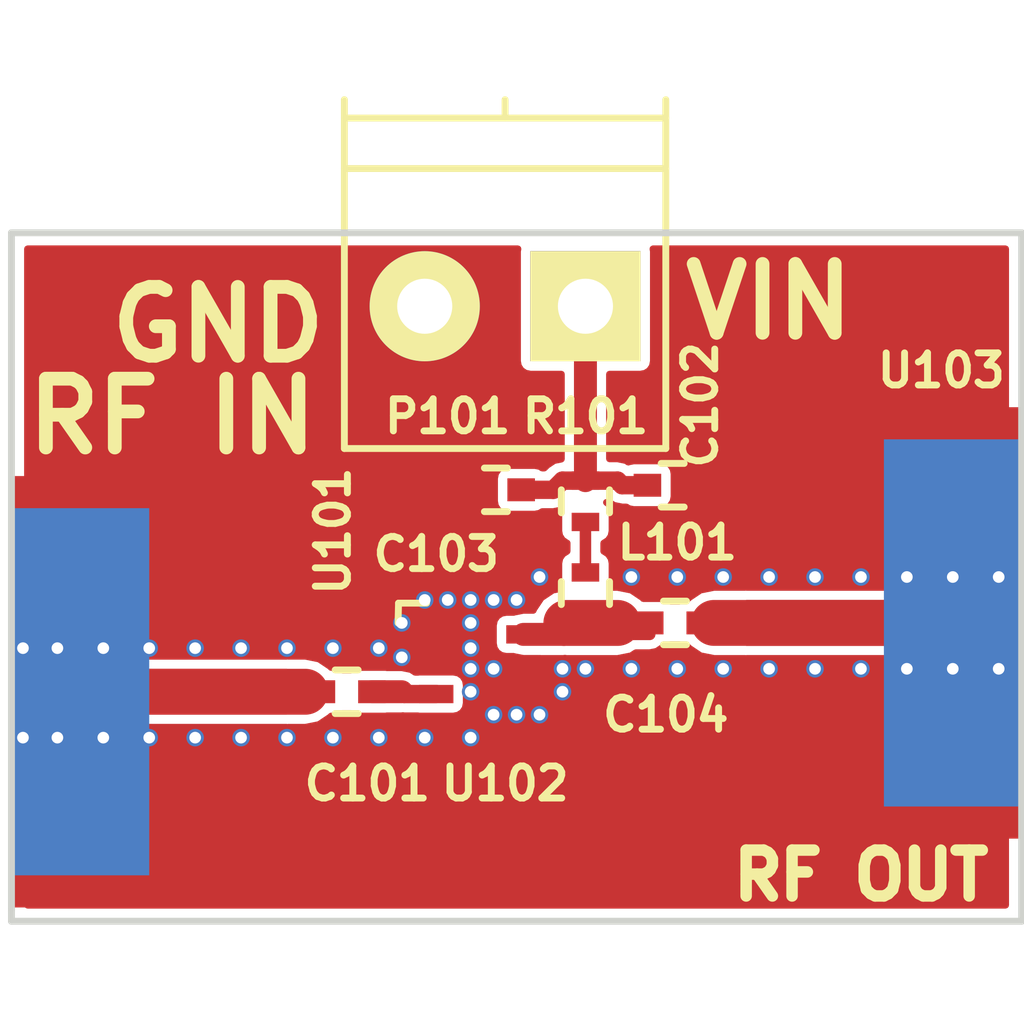
<source format=kicad_pcb>
(kicad_pcb (version 4) (host pcbnew 4.0.3-stable)

  (general
    (links 78)
    (no_connects 0)
    (area 129.946668 88.915 161.803333 111.255)
    (thickness 1.6)
    (drawings 9)
    (tracks 24)
    (zones 0)
    (modules 67)
    (nets 8)
  )

  (page A4)
  (layers
    (0 F.Cu signal)
    (1 In1.Cu signal)
    (2 In2.Cu signal)
    (31 B.Cu signal)
    (32 B.Adhes user)
    (33 F.Adhes user)
    (34 B.Paste user)
    (35 F.Paste user)
    (36 B.SilkS user)
    (37 F.SilkS user)
    (38 B.Mask user)
    (39 F.Mask user)
    (40 Dwgs.User user)
    (41 Cmts.User user)
    (42 Eco1.User user)
    (43 Eco2.User user)
    (44 Edge.Cuts user)
    (45 Margin user)
    (46 B.CrtYd user)
    (47 F.CrtYd user)
    (48 B.Fab user)
    (49 F.Fab user)
  )

  (setup
    (last_trace_width 0.4)
    (user_trace_width 0.4)
    (user_trace_width 0.5)
    (user_trace_width 1)
    (trace_clearance 0.12)
    (zone_clearance 0.2)
    (zone_45_only no)
    (trace_min 0.127)
    (segment_width 0.2)
    (edge_width 0.15)
    (via_size 0.6)
    (via_drill 0.4)
    (via_min_size 0.4)
    (via_min_drill 0.3)
    (uvia_size 0.3)
    (uvia_drill 0.1)
    (uvias_allowed no)
    (uvia_min_size 0.2)
    (uvia_min_drill 0.1)
    (pcb_text_width 0.3)
    (pcb_text_size 1.5 1.5)
    (mod_edge_width 0.15)
    (mod_text_size 0.7 0.7)
    (mod_text_width 0.15)
    (pad_size 0.381 0.381)
    (pad_drill 0.254)
    (pad_to_mask_clearance 0.2)
    (aux_axis_origin 0 0)
    (visible_elements FFFEFF7F)
    (pcbplotparams
      (layerselection 0x010f0_80000007)
      (usegerberextensions true)
      (excludeedgelayer true)
      (linewidth 0.100000)
      (plotframeref false)
      (viasonmask false)
      (mode 1)
      (useauxorigin false)
      (hpglpennumber 1)
      (hpglpenspeed 20)
      (hpglpendiameter 15)
      (hpglpenoverlay 2)
      (psnegative false)
      (psa4output false)
      (plotreference true)
      (plotvalue true)
      (plotinvisibletext false)
      (padsonsilk false)
      (subtractmaskfromsilk false)
      (outputformat 1)
      (mirror false)
      (drillshape 0)
      (scaleselection 1)
      (outputdirectory gerbs/))
  )

  (net 0 "")
  (net 1 "Net-(C101-Pad1)")
  (net 2 "Net-(C101-Pad2)")
  (net 3 "Net-(C102-Pad1)")
  (net 4 GND)
  (net 5 "Net-(C104-Pad1)")
  (net 6 "Net-(C104-Pad2)")
  (net 7 "Net-(L101-Pad1)")

  (net_class Default "This is the default net class."
    (clearance 0.12)
    (trace_width 0.25)
    (via_dia 0.6)
    (via_drill 0.4)
    (uvia_dia 0.3)
    (uvia_drill 0.1)
    (add_net GND)
    (add_net "Net-(C101-Pad1)")
    (add_net "Net-(C101-Pad2)")
    (add_net "Net-(C102-Pad1)")
    (add_net "Net-(C104-Pad1)")
    (add_net "Net-(C104-Pad2)")
    (add_net "Net-(L101-Pad1)")
  )

  (module vna_footprints:VIA_OSH4LAYER_MIN (layer F.Cu) (tedit 57D5211C) (tstamp 57D52E09)
    (at 143.5 103.25)
    (fp_text reference REF** (at 0 -2.5) (layer F.SilkS) hide
      (effects (font (size 0.7 0.7) (thickness 0.15)))
    )
    (fp_text value VIA_OSH4LAYER_MIN (at 0 -1.2) (layer F.Fab) hide
      (effects (font (size 0.7 0.7) (thickness 0.15)))
    )
    (pad 1 thru_hole circle (at 0 0) (size 0.381 0.381) (drill 0.254) (layers *.Cu)
      (net 4 GND))
  )

  (module vna_footprints:VIA_OSH4LAYER_MIN (layer F.Cu) (tedit 57D5211C) (tstamp 57D52A00)
    (at 145 102.5)
    (fp_text reference REF** (at 0 -2.5) (layer F.SilkS) hide
      (effects (font (size 0.7 0.7) (thickness 0.15)))
    )
    (fp_text value VIA_OSH4LAYER_MIN (at 0 -1.2) (layer F.Fab) hide
      (effects (font (size 0.7 0.7) (thickness 0.15)))
    )
    (pad 1 thru_hole circle (at 0 0) (size 0.381 0.381) (drill 0.254) (layers *.Cu)
      (net 4 GND))
  )

  (module vna_footprints:VIA_OSH4LAYER_MIN (layer F.Cu) (tedit 57D5211C) (tstamp 57D529D6)
    (at 146.5 101.5)
    (fp_text reference REF** (at 0 -2.5) (layer F.SilkS) hide
      (effects (font (size 0.7 0.7) (thickness 0.15)))
    )
    (fp_text value VIA_OSH4LAYER_MIN (at 0 -1.2) (layer F.Fab) hide
      (effects (font (size 0.7 0.7) (thickness 0.15)))
    )
    (pad 1 thru_hole circle (at 0 0) (size 0.381 0.381) (drill 0.254) (layers *.Cu)
      (net 4 GND))
  )

  (module vna_footprints:VIA_OSH4LAYER_MIN (layer F.Cu) (tedit 57D5211C) (tstamp 57D529D2)
    (at 145.5 102)
    (fp_text reference REF** (at 0 -2.5) (layer F.SilkS) hide
      (effects (font (size 0.7 0.7) (thickness 0.15)))
    )
    (fp_text value VIA_OSH4LAYER_MIN (at 0 -1.2) (layer F.Fab) hide
      (effects (font (size 0.7 0.7) (thickness 0.15)))
    )
    (pad 1 thru_hole circle (at 0 0) (size 0.381 0.381) (drill 0.254) (layers *.Cu)
      (net 4 GND))
  )

  (module vna_footprints:VIA_OSH4LAYER_MIN (layer F.Cu) (tedit 57D5211C) (tstamp 57D529C0)
    (at 145 104)
    (fp_text reference REF** (at 0 -2.5) (layer F.SilkS) hide
      (effects (font (size 0.7 0.7) (thickness 0.15)))
    )
    (fp_text value VIA_OSH4LAYER_MIN (at 0 -1.2) (layer F.Fab) hide
      (effects (font (size 0.7 0.7) (thickness 0.15)))
    )
    (pad 1 thru_hole circle (at 0 0) (size 0.381 0.381) (drill 0.254) (layers *.Cu)
      (net 4 GND))
  )

  (module vna_footprints:VIA_OSH4LAYER_MIN (layer F.Cu) (tedit 57D5211C) (tstamp 57D529BC)
    (at 145 103.5)
    (fp_text reference REF** (at 0 -2.5) (layer F.SilkS) hide
      (effects (font (size 0.7 0.7) (thickness 0.15)))
    )
    (fp_text value VIA_OSH4LAYER_MIN (at 0 -1.2) (layer F.Fab) hide
      (effects (font (size 0.7 0.7) (thickness 0.15)))
    )
    (pad 1 thru_hole circle (at 0 0) (size 0.381 0.381) (drill 0.254) (layers *.Cu)
      (net 4 GND))
  )

  (module vna_footprints:VIA_OSH4LAYER_MIN (layer F.Cu) (tedit 57D5211C) (tstamp 57D529A4)
    (at 143.5 102.5)
    (fp_text reference REF** (at 0 -2.5) (layer F.SilkS) hide
      (effects (font (size 0.7 0.7) (thickness 0.15)))
    )
    (fp_text value VIA_OSH4LAYER_MIN (at 0 -1.2) (layer F.Fab) hide
      (effects (font (size 0.7 0.7) (thickness 0.15)))
    )
    (pad 1 thru_hole circle (at 0 0) (size 0.381 0.381) (drill 0.254) (layers *.Cu)
      (net 4 GND))
  )

  (module vna_footprints:VIA_OSH4LAYER_MIN (layer F.Cu) (tedit 57D5211C) (tstamp 57D529A0)
    (at 144 102)
    (fp_text reference REF** (at 0 -2.5) (layer F.SilkS) hide
      (effects (font (size 0.7 0.7) (thickness 0.15)))
    )
    (fp_text value VIA_OSH4LAYER_MIN (at 0 -1.2) (layer F.Fab) hide
      (effects (font (size 0.7 0.7) (thickness 0.15)))
    )
    (pad 1 thru_hole circle (at 0 0) (size 0.381 0.381) (drill 0.254) (layers *.Cu)
      (net 4 GND))
  )

  (module vna_footprints:VIA_OSH4LAYER_MIN (layer F.Cu) (tedit 57D5211C) (tstamp 57D5299C)
    (at 144.5 102)
    (fp_text reference REF** (at 0 -2.5) (layer F.SilkS) hide
      (effects (font (size 0.7 0.7) (thickness 0.15)))
    )
    (fp_text value VIA_OSH4LAYER_MIN (at 0 -1.2) (layer F.Fab) hide
      (effects (font (size 0.7 0.7) (thickness 0.15)))
    )
    (pad 1 thru_hole circle (at 0 0) (size 0.381 0.381) (drill 0.254) (layers *.Cu)
      (net 4 GND))
  )

  (module vna_footprints:VIA_OSH4LAYER_MIN (layer F.Cu) (tedit 57D5211C) (tstamp 57D52998)
    (at 146.5 104.5)
    (fp_text reference REF** (at 0 -2.5) (layer F.SilkS) hide
      (effects (font (size 0.7 0.7) (thickness 0.15)))
    )
    (fp_text value VIA_OSH4LAYER_MIN (at 0 -1.2) (layer F.Fab) hide
      (effects (font (size 0.7 0.7) (thickness 0.15)))
    )
    (pad 1 thru_hole circle (at 0 0) (size 0.381 0.381) (drill 0.254) (layers *.Cu)
      (net 4 GND))
  )

  (module vna_footprints:VIA_OSH4LAYER_MIN (layer F.Cu) (tedit 57D5211C) (tstamp 57D5298C)
    (at 146 104.5)
    (fp_text reference REF** (at 0 -2.5) (layer F.SilkS) hide
      (effects (font (size 0.7 0.7) (thickness 0.15)))
    )
    (fp_text value VIA_OSH4LAYER_MIN (at 0 -1.2) (layer F.Fab) hide
      (effects (font (size 0.7 0.7) (thickness 0.15)))
    )
    (pad 1 thru_hole circle (at 0 0) (size 0.381 0.381) (drill 0.254) (layers *.Cu)
      (net 4 GND))
  )

  (module vna_footprints:VIA_OSH4LAYER_MIN (layer F.Cu) (tedit 57D5211C) (tstamp 57D52988)
    (at 145.5 104.5)
    (fp_text reference REF** (at 0 -2.5) (layer F.SilkS) hide
      (effects (font (size 0.7 0.7) (thickness 0.15)))
    )
    (fp_text value VIA_OSH4LAYER_MIN (at 0 -1.2) (layer F.Fab) hide
      (effects (font (size 0.7 0.7) (thickness 0.15)))
    )
    (pad 1 thru_hole circle (at 0 0) (size 0.381 0.381) (drill 0.254) (layers *.Cu)
      (net 4 GND))
  )

  (module vna_footprints:VIA_OSH4LAYER_MIN (layer F.Cu) (tedit 57D5211C) (tstamp 57D52980)
    (at 145.5 103.5)
    (fp_text reference REF** (at 0 -2.5) (layer F.SilkS) hide
      (effects (font (size 0.7 0.7) (thickness 0.15)))
    )
    (fp_text value VIA_OSH4LAYER_MIN (at 0 -1.2) (layer F.Fab) hide
      (effects (font (size 0.7 0.7) (thickness 0.15)))
    )
    (pad 1 thru_hole circle (at 0 0) (size 0.381 0.381) (drill 0.254) (layers *.Cu)
      (net 4 GND))
  )

  (module vna_footprints:VIA_OSH4LAYER_MIN (layer F.Cu) (tedit 57D5211C) (tstamp 57D5297C)
    (at 147 103.5)
    (fp_text reference REF** (at 0 -2.5) (layer F.SilkS) hide
      (effects (font (size 0.7 0.7) (thickness 0.15)))
    )
    (fp_text value VIA_OSH4LAYER_MIN (at 0 -1.2) (layer F.Fab) hide
      (effects (font (size 0.7 0.7) (thickness 0.15)))
    )
    (pad 1 thru_hole circle (at 0 0) (size 0.381 0.381) (drill 0.254) (layers *.Cu)
      (net 4 GND))
  )

  (module vna_footprints:VIA_OSH4LAYER_MIN (layer F.Cu) (tedit 57D5211C) (tstamp 57D52978)
    (at 147.5 103.5)
    (fp_text reference REF** (at 0 -2.5) (layer F.SilkS) hide
      (effects (font (size 0.7 0.7) (thickness 0.15)))
    )
    (fp_text value VIA_OSH4LAYER_MIN (at 0 -1.2) (layer F.Fab) hide
      (effects (font (size 0.7 0.7) (thickness 0.15)))
    )
    (pad 1 thru_hole circle (at 0 0) (size 0.381 0.381) (drill 0.254) (layers *.Cu)
      (net 4 GND))
  )

  (module vna_footprints:VIA_OSH4LAYER_MIN (layer F.Cu) (tedit 57D5211C) (tstamp 57D52974)
    (at 148.5 103.5)
    (fp_text reference REF** (at 0 -2.5) (layer F.SilkS) hide
      (effects (font (size 0.7 0.7) (thickness 0.15)))
    )
    (fp_text value VIA_OSH4LAYER_MIN (at 0 -1.2) (layer F.Fab) hide
      (effects (font (size 0.7 0.7) (thickness 0.15)))
    )
    (pad 1 thru_hole circle (at 0 0) (size 0.381 0.381) (drill 0.254) (layers *.Cu)
      (net 4 GND))
  )

  (module vna_footprints:VIA_OSH4LAYER_MIN (layer F.Cu) (tedit 57D5211C) (tstamp 57D5296F)
    (at 156.5 103.5)
    (fp_text reference REF** (at 0 -2.5) (layer F.SilkS) hide
      (effects (font (size 0.7 0.7) (thickness 0.15)))
    )
    (fp_text value VIA_OSH4LAYER_MIN (at 0 -1.2) (layer F.Fab) hide
      (effects (font (size 0.7 0.7) (thickness 0.15)))
    )
    (pad 1 thru_hole circle (at 0 0) (size 0.381 0.381) (drill 0.254) (layers *.Cu)
      (net 4 GND))
  )

  (module vna_footprints:VIA_OSH4LAYER_MIN (layer F.Cu) (tedit 57D5211C) (tstamp 57D5296B)
    (at 155.5 103.5)
    (fp_text reference REF** (at 0 -2.5) (layer F.SilkS) hide
      (effects (font (size 0.7 0.7) (thickness 0.15)))
    )
    (fp_text value VIA_OSH4LAYER_MIN (at 0 -1.2) (layer F.Fab) hide
      (effects (font (size 0.7 0.7) (thickness 0.15)))
    )
    (pad 1 thru_hole circle (at 0 0) (size 0.381 0.381) (drill 0.254) (layers *.Cu)
      (net 4 GND))
  )

  (module vna_footprints:VIA_OSH4LAYER_MIN (layer F.Cu) (tedit 57D5211C) (tstamp 57D52967)
    (at 154.5 103.5)
    (fp_text reference REF** (at 0 -2.5) (layer F.SilkS) hide
      (effects (font (size 0.7 0.7) (thickness 0.15)))
    )
    (fp_text value VIA_OSH4LAYER_MIN (at 0 -1.2) (layer F.Fab) hide
      (effects (font (size 0.7 0.7) (thickness 0.15)))
    )
    (pad 1 thru_hole circle (at 0 0) (size 0.381 0.381) (drill 0.254) (layers *.Cu)
      (net 4 GND))
  )

  (module vna_footprints:VIA_OSH4LAYER_MIN (layer F.Cu) (tedit 57D5211C) (tstamp 57D52963)
    (at 153.5 103.5)
    (fp_text reference REF** (at 0 -2.5) (layer F.SilkS) hide
      (effects (font (size 0.7 0.7) (thickness 0.15)))
    )
    (fp_text value VIA_OSH4LAYER_MIN (at 0 -1.2) (layer F.Fab) hide
      (effects (font (size 0.7 0.7) (thickness 0.15)))
    )
    (pad 1 thru_hole circle (at 0 0) (size 0.381 0.381) (drill 0.254) (layers *.Cu)
      (net 4 GND))
  )

  (module vna_footprints:VIA_OSH4LAYER_MIN (layer F.Cu) (tedit 57D5211C) (tstamp 57D5295F)
    (at 152.5 103.5)
    (fp_text reference REF** (at 0 -2.5) (layer F.SilkS) hide
      (effects (font (size 0.7 0.7) (thickness 0.15)))
    )
    (fp_text value VIA_OSH4LAYER_MIN (at 0 -1.2) (layer F.Fab) hide
      (effects (font (size 0.7 0.7) (thickness 0.15)))
    )
    (pad 1 thru_hole circle (at 0 0) (size 0.381 0.381) (drill 0.254) (layers *.Cu)
      (net 4 GND))
  )

  (module vna_footprints:VIA_OSH4LAYER_MIN (layer F.Cu) (tedit 57D5211C) (tstamp 57D5295B)
    (at 151.5 103.5)
    (fp_text reference REF** (at 0 -2.5) (layer F.SilkS) hide
      (effects (font (size 0.7 0.7) (thickness 0.15)))
    )
    (fp_text value VIA_OSH4LAYER_MIN (at 0 -1.2) (layer F.Fab) hide
      (effects (font (size 0.7 0.7) (thickness 0.15)))
    )
    (pad 1 thru_hole circle (at 0 0) (size 0.381 0.381) (drill 0.254) (layers *.Cu)
      (net 4 GND))
  )

  (module vna_footprints:VIA_OSH4LAYER_MIN (layer F.Cu) (tedit 57D5211C) (tstamp 57D52957)
    (at 150.5 103.5)
    (fp_text reference REF** (at 0 -2.5) (layer F.SilkS) hide
      (effects (font (size 0.7 0.7) (thickness 0.15)))
    )
    (fp_text value VIA_OSH4LAYER_MIN (at 0 -1.2) (layer F.Fab) hide
      (effects (font (size 0.7 0.7) (thickness 0.15)))
    )
    (pad 1 thru_hole circle (at 0 0) (size 0.381 0.381) (drill 0.254) (layers *.Cu)
      (net 4 GND))
  )

  (module vna_footprints:VIA_OSH4LAYER_MIN (layer F.Cu) (tedit 57D5211C) (tstamp 57D52953)
    (at 149.5 103.5)
    (fp_text reference REF** (at 0 -2.5) (layer F.SilkS) hide
      (effects (font (size 0.7 0.7) (thickness 0.15)))
    )
    (fp_text value VIA_OSH4LAYER_MIN (at 0 -1.2) (layer F.Fab) hide
      (effects (font (size 0.7 0.7) (thickness 0.15)))
    )
    (pad 1 thru_hole circle (at 0 0) (size 0.381 0.381) (drill 0.254) (layers *.Cu)
      (net 4 GND))
  )

  (module vna_footprints:VIA_OSH4LAYER_MIN (layer F.Cu) (tedit 57D5211C) (tstamp 57D5294E)
    (at 148.5 101.5)
    (fp_text reference REF** (at 0 -2.5) (layer F.SilkS) hide
      (effects (font (size 0.7 0.7) (thickness 0.15)))
    )
    (fp_text value VIA_OSH4LAYER_MIN (at 0 -1.2) (layer F.Fab) hide
      (effects (font (size 0.7 0.7) (thickness 0.15)))
    )
    (pad 1 thru_hole circle (at 0 0) (size 0.381 0.381) (drill 0.254) (layers *.Cu)
      (net 4 GND))
  )

  (module vna_footprints:VIA_OSH4LAYER_MIN (layer F.Cu) (tedit 57D5211C) (tstamp 57D5294A)
    (at 149.5 101.5)
    (fp_text reference REF** (at 0 -2.5) (layer F.SilkS) hide
      (effects (font (size 0.7 0.7) (thickness 0.15)))
    )
    (fp_text value VIA_OSH4LAYER_MIN (at 0 -1.2) (layer F.Fab) hide
      (effects (font (size 0.7 0.7) (thickness 0.15)))
    )
    (pad 1 thru_hole circle (at 0 0) (size 0.381 0.381) (drill 0.254) (layers *.Cu)
      (net 4 GND))
  )

  (module vna_footprints:VIA_OSH4LAYER_MIN (layer F.Cu) (tedit 57D5211C) (tstamp 57D52946)
    (at 150.5 101.5)
    (fp_text reference REF** (at 0 -2.5) (layer F.SilkS) hide
      (effects (font (size 0.7 0.7) (thickness 0.15)))
    )
    (fp_text value VIA_OSH4LAYER_MIN (at 0 -1.2) (layer F.Fab) hide
      (effects (font (size 0.7 0.7) (thickness 0.15)))
    )
    (pad 1 thru_hole circle (at 0 0) (size 0.381 0.381) (drill 0.254) (layers *.Cu)
      (net 4 GND))
  )

  (module vna_footprints:VIA_OSH4LAYER_MIN (layer F.Cu) (tedit 57D5211C) (tstamp 57D52942)
    (at 151.5 101.5)
    (fp_text reference REF** (at 0 -2.5) (layer F.SilkS) hide
      (effects (font (size 0.7 0.7) (thickness 0.15)))
    )
    (fp_text value VIA_OSH4LAYER_MIN (at 0 -1.2) (layer F.Fab) hide
      (effects (font (size 0.7 0.7) (thickness 0.15)))
    )
    (pad 1 thru_hole circle (at 0 0) (size 0.381 0.381) (drill 0.254) (layers *.Cu)
      (net 4 GND))
  )

  (module vna_footprints:VIA_OSH4LAYER_MIN (layer F.Cu) (tedit 57D5211C) (tstamp 57D5293E)
    (at 152.5 101.5)
    (fp_text reference REF** (at 0 -2.5) (layer F.SilkS) hide
      (effects (font (size 0.7 0.7) (thickness 0.15)))
    )
    (fp_text value VIA_OSH4LAYER_MIN (at 0 -1.2) (layer F.Fab) hide
      (effects (font (size 0.7 0.7) (thickness 0.15)))
    )
    (pad 1 thru_hole circle (at 0 0) (size 0.381 0.381) (drill 0.254) (layers *.Cu)
      (net 4 GND))
  )

  (module vna_footprints:VIA_OSH4LAYER_MIN (layer F.Cu) (tedit 57D5211C) (tstamp 57D5293A)
    (at 153.5 101.5)
    (fp_text reference REF** (at 0 -2.5) (layer F.SilkS) hide
      (effects (font (size 0.7 0.7) (thickness 0.15)))
    )
    (fp_text value VIA_OSH4LAYER_MIN (at 0 -1.2) (layer F.Fab) hide
      (effects (font (size 0.7 0.7) (thickness 0.15)))
    )
    (pad 1 thru_hole circle (at 0 0) (size 0.381 0.381) (drill 0.254) (layers *.Cu)
      (net 4 GND))
  )

  (module vna_footprints:VIA_OSH4LAYER_MIN (layer F.Cu) (tedit 57D5211C) (tstamp 57D52936)
    (at 154.5 101.5)
    (fp_text reference REF** (at 0 -2.5) (layer F.SilkS) hide
      (effects (font (size 0.7 0.7) (thickness 0.15)))
    )
    (fp_text value VIA_OSH4LAYER_MIN (at 0 -1.2) (layer F.Fab) hide
      (effects (font (size 0.7 0.7) (thickness 0.15)))
    )
    (pad 1 thru_hole circle (at 0 0) (size 0.381 0.381) (drill 0.254) (layers *.Cu)
      (net 4 GND))
  )

  (module vna_footprints:VIA_OSH4LAYER_MIN (layer F.Cu) (tedit 57D5211C) (tstamp 57D5292D)
    (at 155.5 101.5)
    (fp_text reference REF** (at 0 -2.5) (layer F.SilkS) hide
      (effects (font (size 0.7 0.7) (thickness 0.15)))
    )
    (fp_text value VIA_OSH4LAYER_MIN (at 0 -1.2) (layer F.Fab) hide
      (effects (font (size 0.7 0.7) (thickness 0.15)))
    )
    (pad 1 thru_hole circle (at 0 0) (size 0.381 0.381) (drill 0.254) (layers *.Cu)
      (net 4 GND))
  )

  (module vna_footprints:VIA_OSH4LAYER_MIN (layer F.Cu) (tedit 57D5211C) (tstamp 57D52929)
    (at 156.5 101.5)
    (fp_text reference REF** (at 0 -2.5) (layer F.SilkS) hide
      (effects (font (size 0.7 0.7) (thickness 0.15)))
    )
    (fp_text value VIA_OSH4LAYER_MIN (at 0 -1.2) (layer F.Fab) hide
      (effects (font (size 0.7 0.7) (thickness 0.15)))
    )
    (pad 1 thru_hole circle (at 0 0) (size 0.381 0.381) (drill 0.254) (layers *.Cu)
      (net 4 GND))
  )

  (module vna_footprints:VIA_OSH4LAYER_MIN (layer F.Cu) (tedit 57D5211C) (tstamp 57D52920)
    (at 146 102)
    (fp_text reference REF** (at 0 -2.5) (layer F.SilkS) hide
      (effects (font (size 0.7 0.7) (thickness 0.15)))
    )
    (fp_text value VIA_OSH4LAYER_MIN (at 0 -1.2) (layer F.Fab) hide
      (effects (font (size 0.7 0.7) (thickness 0.15)))
    )
    (pad 1 thru_hole circle (at 0 0) (size 0.381 0.381) (drill 0.254) (layers *.Cu)
      (net 4 GND))
  )

  (module vna_footprints:VIA_OSH4LAYER_MIN (layer F.Cu) (tedit 57D5211C) (tstamp 57D5291C)
    (at 145 102)
    (fp_text reference REF** (at 0 -2.5) (layer F.SilkS) hide
      (effects (font (size 0.7 0.7) (thickness 0.15)))
    )
    (fp_text value VIA_OSH4LAYER_MIN (at 0 -1.2) (layer F.Fab) hide
      (effects (font (size 0.7 0.7) (thickness 0.15)))
    )
    (pad 1 thru_hole circle (at 0 0) (size 0.381 0.381) (drill 0.254) (layers *.Cu)
      (net 4 GND))
  )

  (module vna_footprints:VIA_OSH4LAYER_MIN (layer F.Cu) (tedit 57D5211C) (tstamp 57D52917)
    (at 145 103.05)
    (fp_text reference REF** (at 0 -2.5) (layer F.SilkS) hide
      (effects (font (size 0.7 0.7) (thickness 0.15)))
    )
    (fp_text value VIA_OSH4LAYER_MIN (at 0 -1.2) (layer F.Fab) hide
      (effects (font (size 0.7 0.7) (thickness 0.15)))
    )
    (pad 1 thru_hole circle (at 0 0) (size 0.381 0.381) (drill 0.254) (layers *.Cu)
      (net 4 GND))
  )

  (module vna_footprints:VIA_OSH4LAYER_MIN (layer F.Cu) (tedit 57D5211C) (tstamp 57D5290D)
    (at 147 104)
    (fp_text reference REF** (at 0 -2.5) (layer F.SilkS) hide
      (effects (font (size 0.7 0.7) (thickness 0.15)))
    )
    (fp_text value VIA_OSH4LAYER_MIN (at 0 -1.2) (layer F.Fab) hide
      (effects (font (size 0.7 0.7) (thickness 0.15)))
    )
    (pad 1 thru_hole circle (at 0 0) (size 0.381 0.381) (drill 0.254) (layers *.Cu)
      (net 4 GND))
  )

  (module vna_footprints:VIA_OSH4LAYER_MIN (layer F.Cu) (tedit 57D5211C) (tstamp 57D52901)
    (at 145 105)
    (fp_text reference REF** (at 0 -2.5) (layer F.SilkS) hide
      (effects (font (size 0.7 0.7) (thickness 0.15)))
    )
    (fp_text value VIA_OSH4LAYER_MIN (at 0 -1.2) (layer F.Fab) hide
      (effects (font (size 0.7 0.7) (thickness 0.15)))
    )
    (pad 1 thru_hole circle (at 0 0) (size 0.381 0.381) (drill 0.254) (layers *.Cu)
      (net 4 GND))
  )

  (module vna_footprints:VIA_OSH4LAYER_MIN (layer F.Cu) (tedit 57D5211C) (tstamp 57D528FD)
    (at 144 105)
    (fp_text reference REF** (at 0 -2.5) (layer F.SilkS) hide
      (effects (font (size 0.7 0.7) (thickness 0.15)))
    )
    (fp_text value VIA_OSH4LAYER_MIN (at 0 -1.2) (layer F.Fab) hide
      (effects (font (size 0.7 0.7) (thickness 0.15)))
    )
    (pad 1 thru_hole circle (at 0 0) (size 0.381 0.381) (drill 0.254) (layers *.Cu)
      (net 4 GND))
  )

  (module vna_footprints:VIA_OSH4LAYER_MIN (layer F.Cu) (tedit 57D5211C) (tstamp 57D528F9)
    (at 143 105)
    (fp_text reference REF** (at 0 -2.5) (layer F.SilkS) hide
      (effects (font (size 0.7 0.7) (thickness 0.15)))
    )
    (fp_text value VIA_OSH4LAYER_MIN (at 0 -1.2) (layer F.Fab) hide
      (effects (font (size 0.7 0.7) (thickness 0.15)))
    )
    (pad 1 thru_hole circle (at 0 0) (size 0.381 0.381) (drill 0.254) (layers *.Cu)
      (net 4 GND))
  )

  (module vna_footprints:VIA_OSH4LAYER_MIN (layer F.Cu) (tedit 57D5211C) (tstamp 57D528F5)
    (at 142 105)
    (fp_text reference REF** (at 0 -2.5) (layer F.SilkS) hide
      (effects (font (size 0.7 0.7) (thickness 0.15)))
    )
    (fp_text value VIA_OSH4LAYER_MIN (at 0 -1.2) (layer F.Fab) hide
      (effects (font (size 0.7 0.7) (thickness 0.15)))
    )
    (pad 1 thru_hole circle (at 0 0) (size 0.381 0.381) (drill 0.254) (layers *.Cu)
      (net 4 GND))
  )

  (module vna_footprints:VIA_OSH4LAYER_MIN (layer F.Cu) (tedit 57D5211C) (tstamp 57D528F1)
    (at 141 105)
    (fp_text reference REF** (at 0 -2.5) (layer F.SilkS) hide
      (effects (font (size 0.7 0.7) (thickness 0.15)))
    )
    (fp_text value VIA_OSH4LAYER_MIN (at 0 -1.2) (layer F.Fab) hide
      (effects (font (size 0.7 0.7) (thickness 0.15)))
    )
    (pad 1 thru_hole circle (at 0 0) (size 0.381 0.381) (drill 0.254) (layers *.Cu)
      (net 4 GND))
  )

  (module vna_footprints:VIA_OSH4LAYER_MIN (layer F.Cu) (tedit 57D5211C) (tstamp 57D528ED)
    (at 140 105)
    (fp_text reference REF** (at 0 -2.5) (layer F.SilkS) hide
      (effects (font (size 0.7 0.7) (thickness 0.15)))
    )
    (fp_text value VIA_OSH4LAYER_MIN (at 0 -1.2) (layer F.Fab) hide
      (effects (font (size 0.7 0.7) (thickness 0.15)))
    )
    (pad 1 thru_hole circle (at 0 0) (size 0.381 0.381) (drill 0.254) (layers *.Cu)
      (net 4 GND))
  )

  (module vna_footprints:VIA_OSH4LAYER_MIN (layer F.Cu) (tedit 57D5211C) (tstamp 57D528E9)
    (at 139 105)
    (fp_text reference REF** (at 0 -2.5) (layer F.SilkS) hide
      (effects (font (size 0.7 0.7) (thickness 0.15)))
    )
    (fp_text value VIA_OSH4LAYER_MIN (at 0 -1.2) (layer F.Fab) hide
      (effects (font (size 0.7 0.7) (thickness 0.15)))
    )
    (pad 1 thru_hole circle (at 0 0) (size 0.381 0.381) (drill 0.254) (layers *.Cu)
      (net 4 GND))
  )

  (module vna_footprints:VIA_OSH4LAYER_MIN (layer F.Cu) (tedit 57D5211C) (tstamp 57D528E5)
    (at 138 105)
    (fp_text reference REF** (at 0 -2.5) (layer F.SilkS) hide
      (effects (font (size 0.7 0.7) (thickness 0.15)))
    )
    (fp_text value VIA_OSH4LAYER_MIN (at 0 -1.2) (layer F.Fab) hide
      (effects (font (size 0.7 0.7) (thickness 0.15)))
    )
    (pad 1 thru_hole circle (at 0 0) (size 0.381 0.381) (drill 0.254) (layers *.Cu)
      (net 4 GND))
  )

  (module vna_footprints:VIA_OSH4LAYER_MIN (layer F.Cu) (tedit 57D5211C) (tstamp 57D528E1)
    (at 137 105)
    (fp_text reference REF** (at 0 -2.5) (layer F.SilkS) hide
      (effects (font (size 0.7 0.7) (thickness 0.15)))
    )
    (fp_text value VIA_OSH4LAYER_MIN (at 0 -1.2) (layer F.Fab) hide
      (effects (font (size 0.7 0.7) (thickness 0.15)))
    )
    (pad 1 thru_hole circle (at 0 0) (size 0.381 0.381) (drill 0.254) (layers *.Cu)
      (net 4 GND))
  )

  (module vna_footprints:VIA_OSH4LAYER_MIN (layer F.Cu) (tedit 57D5211C) (tstamp 57D528DD)
    (at 136 105)
    (fp_text reference REF** (at 0 -2.5) (layer F.SilkS) hide
      (effects (font (size 0.7 0.7) (thickness 0.15)))
    )
    (fp_text value VIA_OSH4LAYER_MIN (at 0 -1.2) (layer F.Fab) hide
      (effects (font (size 0.7 0.7) (thickness 0.15)))
    )
    (pad 1 thru_hole circle (at 0 0) (size 0.381 0.381) (drill 0.254) (layers *.Cu)
      (net 4 GND))
  )

  (module vna_footprints:VIA_OSH4LAYER_MIN (layer F.Cu) (tedit 57D5211C) (tstamp 57D528D9)
    (at 135.25 105)
    (fp_text reference REF** (at 0 -2.5) (layer F.SilkS) hide
      (effects (font (size 0.7 0.7) (thickness 0.15)))
    )
    (fp_text value VIA_OSH4LAYER_MIN (at 0 -1.2) (layer F.Fab) hide
      (effects (font (size 0.7 0.7) (thickness 0.15)))
    )
    (pad 1 thru_hole circle (at 0 0) (size 0.381 0.381) (drill 0.254) (layers *.Cu)
      (net 4 GND))
  )

  (module vna_footprints:VIA_OSH4LAYER_MIN (layer F.Cu) (tedit 57D5211C) (tstamp 57D528D4)
    (at 143 103.05)
    (fp_text reference REF** (at 0 -2.5) (layer F.SilkS) hide
      (effects (font (size 0.7 0.7) (thickness 0.15)))
    )
    (fp_text value VIA_OSH4LAYER_MIN (at 0 -1.2) (layer F.Fab) hide
      (effects (font (size 0.7 0.7) (thickness 0.15)))
    )
    (pad 1 thru_hole circle (at 0 0) (size 0.381 0.381) (drill 0.254) (layers *.Cu)
      (net 4 GND))
  )

  (module vna_footprints:VIA_OSH4LAYER_MIN (layer F.Cu) (tedit 57D5211C) (tstamp 57D528D0)
    (at 142 103.05)
    (fp_text reference REF** (at 0 -2.5) (layer F.SilkS) hide
      (effects (font (size 0.7 0.7) (thickness 0.15)))
    )
    (fp_text value VIA_OSH4LAYER_MIN (at 0 -1.2) (layer F.Fab) hide
      (effects (font (size 0.7 0.7) (thickness 0.15)))
    )
    (pad 1 thru_hole circle (at 0 0) (size 0.381 0.381) (drill 0.254) (layers *.Cu)
      (net 4 GND))
  )

  (module vna_footprints:VIA_OSH4LAYER_MIN (layer F.Cu) (tedit 57D5211C) (tstamp 57D528CC)
    (at 141 103.05)
    (fp_text reference REF** (at 0 -2.5) (layer F.SilkS) hide
      (effects (font (size 0.7 0.7) (thickness 0.15)))
    )
    (fp_text value VIA_OSH4LAYER_MIN (at 0 -1.2) (layer F.Fab) hide
      (effects (font (size 0.7 0.7) (thickness 0.15)))
    )
    (pad 1 thru_hole circle (at 0 0) (size 0.381 0.381) (drill 0.254) (layers *.Cu)
      (net 4 GND))
  )

  (module vna_footprints:VIA_OSH4LAYER_MIN (layer F.Cu) (tedit 57D5211C) (tstamp 57D528C3)
    (at 140 103.05)
    (fp_text reference REF** (at 0 -2.5) (layer F.SilkS) hide
      (effects (font (size 0.7 0.7) (thickness 0.15)))
    )
    (fp_text value VIA_OSH4LAYER_MIN (at 0 -1.2) (layer F.Fab) hide
      (effects (font (size 0.7 0.7) (thickness 0.15)))
    )
    (pad 1 thru_hole circle (at 0 0) (size 0.381 0.381) (drill 0.254) (layers *.Cu)
      (net 4 GND))
  )

  (module vna_footprints:VIA_OSH4LAYER_MIN (layer F.Cu) (tedit 57D5211C) (tstamp 57D528BF)
    (at 139 103.05)
    (fp_text reference REF** (at 0 -2.5) (layer F.SilkS) hide
      (effects (font (size 0.7 0.7) (thickness 0.15)))
    )
    (fp_text value VIA_OSH4LAYER_MIN (at 0 -1.2) (layer F.Fab) hide
      (effects (font (size 0.7 0.7) (thickness 0.15)))
    )
    (pad 1 thru_hole circle (at 0 0) (size 0.381 0.381) (drill 0.254) (layers *.Cu)
      (net 4 GND))
  )

  (module vna_footprints:VIA_OSH4LAYER_MIN (layer F.Cu) (tedit 57D5211C) (tstamp 57D528BB)
    (at 138 103.05)
    (fp_text reference REF** (at 0 -2.5) (layer F.SilkS) hide
      (effects (font (size 0.7 0.7) (thickness 0.15)))
    )
    (fp_text value VIA_OSH4LAYER_MIN (at 0 -1.2) (layer F.Fab) hide
      (effects (font (size 0.7 0.7) (thickness 0.15)))
    )
    (pad 1 thru_hole circle (at 0 0) (size 0.381 0.381) (drill 0.254) (layers *.Cu)
      (net 4 GND))
  )

  (module vna_footprints:VIA_OSH4LAYER_MIN (layer F.Cu) (tedit 57D5211C) (tstamp 57D528B7)
    (at 137 103.05)
    (fp_text reference REF** (at 0 -2.5) (layer F.SilkS) hide
      (effects (font (size 0.7 0.7) (thickness 0.15)))
    )
    (fp_text value VIA_OSH4LAYER_MIN (at 0 -1.2) (layer F.Fab) hide
      (effects (font (size 0.7 0.7) (thickness 0.15)))
    )
    (pad 1 thru_hole circle (at 0 0) (size 0.381 0.381) (drill 0.254) (layers *.Cu)
      (net 4 GND))
  )

  (module vna_footprints:VIA_OSH4LAYER_MIN (layer F.Cu) (tedit 57D5211C) (tstamp 57D528B3)
    (at 136 103.05)
    (fp_text reference REF** (at 0 -2.5) (layer F.SilkS) hide
      (effects (font (size 0.7 0.7) (thickness 0.15)))
    )
    (fp_text value VIA_OSH4LAYER_MIN (at 0 -1.2) (layer F.Fab) hide
      (effects (font (size 0.7 0.7) (thickness 0.15)))
    )
    (pad 1 thru_hole circle (at 0 0) (size 0.381 0.381) (drill 0.254) (layers *.Cu)
      (net 4 GND))
  )

  (module Capacitors_SMD:C_0402 (layer F.Cu) (tedit 5415D599) (tstamp 57D50E4C)
    (at 142.3 104 180)
    (descr "Capacitor SMD 0402, reflow soldering, AVX (see smccp.pdf)")
    (tags "capacitor 0402")
    (path /57D4E9B5)
    (attr smd)
    (fp_text reference C101 (at -0.45 -2 180) (layer F.SilkS)
      (effects (font (size 0.7 0.7) (thickness 0.15)))
    )
    (fp_text value "100 pF" (at 0 1.7 180) (layer F.Fab)
      (effects (font (size 0.7 0.7) (thickness 0.15)))
    )
    (fp_line (start -1.15 -0.6) (end 1.15 -0.6) (layer F.CrtYd) (width 0.05))
    (fp_line (start -1.15 0.6) (end 1.15 0.6) (layer F.CrtYd) (width 0.05))
    (fp_line (start -1.15 -0.6) (end -1.15 0.6) (layer F.CrtYd) (width 0.05))
    (fp_line (start 1.15 -0.6) (end 1.15 0.6) (layer F.CrtYd) (width 0.05))
    (fp_line (start 0.25 -0.475) (end -0.25 -0.475) (layer F.SilkS) (width 0.15))
    (fp_line (start -0.25 0.475) (end 0.25 0.475) (layer F.SilkS) (width 0.15))
    (pad 1 smd rect (at -0.55 0 180) (size 0.6 0.5) (layers F.Cu F.Paste F.Mask)
      (net 1 "Net-(C101-Pad1)"))
    (pad 2 smd rect (at 0.55 0 180) (size 0.6 0.5) (layers F.Cu F.Paste F.Mask)
      (net 2 "Net-(C101-Pad2)"))
    (model Capacitors_SMD.3dshapes/C_0402.wrl
      (at (xyz 0 0 0))
      (scale (xyz 1 1 1))
      (rotate (xyz 0 0 0))
    )
  )

  (module Capacitors_SMD:C_0402 (layer F.Cu) (tedit 5415D599) (tstamp 57D50E52)
    (at 149.4 99.5)
    (descr "Capacitor SMD 0402, reflow soldering, AVX (see smccp.pdf)")
    (tags "capacitor 0402")
    (path /57D4F334)
    (attr smd)
    (fp_text reference C102 (at 0.6 -1.75 90) (layer F.SilkS)
      (effects (font (size 0.7 0.7) (thickness 0.15)))
    )
    (fp_text value "100 pF" (at 0 1.7) (layer F.Fab)
      (effects (font (size 0.7 0.7) (thickness 0.15)))
    )
    (fp_line (start -1.15 -0.6) (end 1.15 -0.6) (layer F.CrtYd) (width 0.05))
    (fp_line (start -1.15 0.6) (end 1.15 0.6) (layer F.CrtYd) (width 0.05))
    (fp_line (start -1.15 -0.6) (end -1.15 0.6) (layer F.CrtYd) (width 0.05))
    (fp_line (start 1.15 -0.6) (end 1.15 0.6) (layer F.CrtYd) (width 0.05))
    (fp_line (start 0.25 -0.475) (end -0.25 -0.475) (layer F.SilkS) (width 0.15))
    (fp_line (start -0.25 0.475) (end 0.25 0.475) (layer F.SilkS) (width 0.15))
    (pad 1 smd rect (at -0.55 0) (size 0.6 0.5) (layers F.Cu F.Paste F.Mask)
      (net 3 "Net-(C102-Pad1)"))
    (pad 2 smd rect (at 0.55 0) (size 0.6 0.5) (layers F.Cu F.Paste F.Mask)
      (net 4 GND))
    (model Capacitors_SMD.3dshapes/C_0402.wrl
      (at (xyz 0 0 0))
      (scale (xyz 1 1 1))
      (rotate (xyz 0 0 0))
    )
  )

  (module Capacitors_SMD:C_0402 (layer F.Cu) (tedit 5415D599) (tstamp 57D50E58)
    (at 145.55 99.6 180)
    (descr "Capacitor SMD 0402, reflow soldering, AVX (see smccp.pdf)")
    (tags "capacitor 0402")
    (path /57D4F2EE)
    (attr smd)
    (fp_text reference C103 (at 1.3 -1.4 180) (layer F.SilkS)
      (effects (font (size 0.7 0.7) (thickness 0.15)))
    )
    (fp_text value ".01 uF" (at 0 1.7 180) (layer F.Fab)
      (effects (font (size 0.7 0.7) (thickness 0.15)))
    )
    (fp_line (start -1.15 -0.6) (end 1.15 -0.6) (layer F.CrtYd) (width 0.05))
    (fp_line (start -1.15 0.6) (end 1.15 0.6) (layer F.CrtYd) (width 0.05))
    (fp_line (start -1.15 -0.6) (end -1.15 0.6) (layer F.CrtYd) (width 0.05))
    (fp_line (start 1.15 -0.6) (end 1.15 0.6) (layer F.CrtYd) (width 0.05))
    (fp_line (start 0.25 -0.475) (end -0.25 -0.475) (layer F.SilkS) (width 0.15))
    (fp_line (start -0.25 0.475) (end 0.25 0.475) (layer F.SilkS) (width 0.15))
    (pad 1 smd rect (at -0.55 0 180) (size 0.6 0.5) (layers F.Cu F.Paste F.Mask)
      (net 3 "Net-(C102-Pad1)"))
    (pad 2 smd rect (at 0.55 0 180) (size 0.6 0.5) (layers F.Cu F.Paste F.Mask)
      (net 4 GND))
    (model Capacitors_SMD.3dshapes/C_0402.wrl
      (at (xyz 0 0 0))
      (scale (xyz 1 1 1))
      (rotate (xyz 0 0 0))
    )
  )

  (module Capacitors_SMD:C_0402 (layer F.Cu) (tedit 5415D599) (tstamp 57D50E5E)
    (at 149.45 102.5 180)
    (descr "Capacitor SMD 0402, reflow soldering, AVX (see smccp.pdf)")
    (tags "capacitor 0402")
    (path /57D4EA62)
    (attr smd)
    (fp_text reference C104 (at 0.2 -2 180) (layer F.SilkS)
      (effects (font (size 0.7 0.7) (thickness 0.15)))
    )
    (fp_text value "100 pF" (at 0 1.7 180) (layer F.Fab)
      (effects (font (size 0.7 0.7) (thickness 0.15)))
    )
    (fp_line (start -1.15 -0.6) (end 1.15 -0.6) (layer F.CrtYd) (width 0.05))
    (fp_line (start -1.15 0.6) (end 1.15 0.6) (layer F.CrtYd) (width 0.05))
    (fp_line (start -1.15 -0.6) (end -1.15 0.6) (layer F.CrtYd) (width 0.05))
    (fp_line (start 1.15 -0.6) (end 1.15 0.6) (layer F.CrtYd) (width 0.05))
    (fp_line (start 0.25 -0.475) (end -0.25 -0.475) (layer F.SilkS) (width 0.15))
    (fp_line (start -0.25 0.475) (end 0.25 0.475) (layer F.SilkS) (width 0.15))
    (pad 1 smd rect (at -0.55 0 180) (size 0.6 0.5) (layers F.Cu F.Paste F.Mask)
      (net 5 "Net-(C104-Pad1)"))
    (pad 2 smd rect (at 0.55 0 180) (size 0.6 0.5) (layers F.Cu F.Paste F.Mask)
      (net 6 "Net-(C104-Pad2)"))
    (model Capacitors_SMD.3dshapes/C_0402.wrl
      (at (xyz 0 0 0))
      (scale (xyz 1 1 1))
      (rotate (xyz 0 0 0))
    )
  )

  (module Resistors_SMD:R_0402 (layer F.Cu) (tedit 5415CBB8) (tstamp 57D50E64)
    (at 147.5 101.85 270)
    (descr "Resistor SMD 0402, reflow soldering, Vishay (see dcrcw.pdf)")
    (tags "resistor 0402")
    (path /57D4EF2C)
    (attr smd)
    (fp_text reference L101 (at -1.1 -2 360) (layer F.SilkS)
      (effects (font (size 0.7 0.7) (thickness 0.15)))
    )
    (fp_text value "18 nH" (at 0 1.8 270) (layer F.Fab)
      (effects (font (size 0.7 0.7) (thickness 0.15)))
    )
    (fp_line (start -0.95 -0.65) (end 0.95 -0.65) (layer F.CrtYd) (width 0.05))
    (fp_line (start -0.95 0.65) (end 0.95 0.65) (layer F.CrtYd) (width 0.05))
    (fp_line (start -0.95 -0.65) (end -0.95 0.65) (layer F.CrtYd) (width 0.05))
    (fp_line (start 0.95 -0.65) (end 0.95 0.65) (layer F.CrtYd) (width 0.05))
    (fp_line (start 0.25 -0.525) (end -0.25 -0.525) (layer F.SilkS) (width 0.15))
    (fp_line (start -0.25 0.525) (end 0.25 0.525) (layer F.SilkS) (width 0.15))
    (pad 1 smd rect (at -0.45 0 270) (size 0.4 0.6) (layers F.Cu F.Paste F.Mask)
      (net 7 "Net-(L101-Pad1)"))
    (pad 2 smd rect (at 0.45 0 270) (size 0.4 0.6) (layers F.Cu F.Paste F.Mask)
      (net 6 "Net-(C104-Pad2)"))
    (model Resistors_SMD.3dshapes/R_0402.wrl
      (at (xyz 0 0 0))
      (scale (xyz 1 1 1))
      (rotate (xyz 0 0 0))
    )
  )

  (module Terminal_Blocks:TerminalBlock_Pheonix_PT-3.5mm_2pol (layer F.Cu) (tedit 0) (tstamp 57D50E6A)
    (at 147.5 95.6 180)
    (descr "2-way 3.5mm pitch terminal block, Phoenix PT series")
    (path /57D4F510)
    (fp_text reference P101 (at 3 -2.4 180) (layer F.SilkS)
      (effects (font (size 0.7 0.7) (thickness 0.15)))
    )
    (fp_text value CONN_01X02 (at 1.75 6 180) (layer F.Fab)
      (effects (font (size 0.7 0.7) (thickness 0.15)))
    )
    (fp_line (start -1.9 -3.3) (end 5.4 -3.3) (layer F.CrtYd) (width 0.05))
    (fp_line (start -1.9 4.7) (end -1.9 -3.3) (layer F.CrtYd) (width 0.05))
    (fp_line (start 5.4 4.7) (end -1.9 4.7) (layer F.CrtYd) (width 0.05))
    (fp_line (start 5.4 -3.3) (end 5.4 4.7) (layer F.CrtYd) (width 0.05))
    (fp_line (start 1.75 4.1) (end 1.75 4.5) (layer F.SilkS) (width 0.15))
    (fp_line (start -1.75 3) (end 5.25 3) (layer F.SilkS) (width 0.15))
    (fp_line (start -1.75 4.1) (end 5.25 4.1) (layer F.SilkS) (width 0.15))
    (fp_line (start -1.75 -3.1) (end -1.75 4.5) (layer F.SilkS) (width 0.15))
    (fp_line (start 5.25 4.5) (end 5.25 -3.1) (layer F.SilkS) (width 0.15))
    (fp_line (start 5.25 -3.1) (end -1.75 -3.1) (layer F.SilkS) (width 0.15))
    (pad 2 thru_hole circle (at 3.5 0 180) (size 2.4 2.4) (drill 1.2) (layers *.Cu *.Mask F.SilkS)
      (net 4 GND))
    (pad 1 thru_hole rect (at 0 0 180) (size 2.4 2.4) (drill 1.2) (layers *.Cu *.Mask F.SilkS)
      (net 3 "Net-(C102-Pad1)"))
    (model Terminal_Blocks.3dshapes/TerminalBlock_Pheonix_PT-3.5mm_2pol.wrl
      (at (xyz 0 0 0))
      (scale (xyz 1 1 1))
      (rotate (xyz 0 0 0))
    )
  )

  (module Resistors_SMD:R_0402 (layer F.Cu) (tedit 5415CBB8) (tstamp 57D50E70)
    (at 147.5 99.85 270)
    (descr "Resistor SMD 0402, reflow soldering, Vishay (see dcrcw.pdf)")
    (tags "resistor 0402")
    (path /57D4F228)
    (attr smd)
    (fp_text reference R101 (at -1.85 0 540) (layer F.SilkS)
      (effects (font (size 0.7 0.7) (thickness 0.15)))
    )
    (fp_text value 22 (at 0 1.8 270) (layer F.Fab)
      (effects (font (size 0.7 0.7) (thickness 0.15)))
    )
    (fp_line (start -0.95 -0.65) (end 0.95 -0.65) (layer F.CrtYd) (width 0.05))
    (fp_line (start -0.95 0.65) (end 0.95 0.65) (layer F.CrtYd) (width 0.05))
    (fp_line (start -0.95 -0.65) (end -0.95 0.65) (layer F.CrtYd) (width 0.05))
    (fp_line (start 0.95 -0.65) (end 0.95 0.65) (layer F.CrtYd) (width 0.05))
    (fp_line (start 0.25 -0.525) (end -0.25 -0.525) (layer F.SilkS) (width 0.15))
    (fp_line (start -0.25 0.525) (end 0.25 0.525) (layer F.SilkS) (width 0.15))
    (pad 1 smd rect (at -0.45 0 270) (size 0.4 0.6) (layers F.Cu F.Paste F.Mask)
      (net 3 "Net-(C102-Pad1)"))
    (pad 2 smd rect (at 0.45 0 270) (size 0.4 0.6) (layers F.Cu F.Paste F.Mask)
      (net 7 "Net-(L101-Pad1)"))
    (model Resistors_SMD.3dshapes/R_0402.wrl
      (at (xyz 0 0 0))
      (scale (xyz 1 1 1))
      (rotate (xyz 0 0 0))
    )
  )

  (module vna_footprints:SMA_CPW_1MM_.2MM (layer F.Cu) (tedit 577AF781) (tstamp 57D50E78)
    (at 138 104 90)
    (path /57D4EB72)
    (fp_text reference U101 (at 3.5 4 270) (layer F.SilkS)
      (effects (font (size 0.7 0.7) (thickness 0.15)))
    )
    (fp_text value CONN_SMA (at -6.5 4.6 180) (layer F.Fab)
      (effects (font (size 0.7 0.7) (thickness 0.15)))
    )
    (pad 1 smd rect (at 0 0 90) (size 1 6) (layers F.Cu F.Paste F.Mask)
      (net 2 "Net-(C101-Pad2)"))
    (pad 2 smd rect (at -2.7 0 90) (size 4 6) (layers F.Cu F.Paste F.Mask)
      (net 4 GND))
    (pad 2 smd rect (at 2.7 0 90) (size 4 6) (layers F.Cu F.Paste F.Mask)
      (net 4 GND))
    (pad 3 smd rect (at 0 -1.5) (size 3 8) (layers B.Cu B.Paste B.Mask)
      (net 4 GND))
  )

  (module TO_SOT_Packages_SMD:SC-70-6 (layer F.Cu) (tedit 54E926FA) (tstamp 57D50E82)
    (at 145.19996 103.40024 270)
    (descr SC-70-6,)
    (tags SC-70-6,)
    (path /57D4EA9C)
    (attr smd)
    (fp_text reference U102 (at 2.59976 -0.55004 540) (layer F.SilkS)
      (effects (font (size 0.7 0.7) (thickness 0.15)))
    )
    (fp_text value HMC311SC70 (at 0.04064 4.191 270) (layer F.Fab)
      (effects (font (size 0.7 0.7) (thickness 0.15)))
    )
    (fp_line (start -1.33096 1.16078) (end -1.33096 1.77038) (layer F.SilkS) (width 0.15))
    (fp_line (start -1.33096 1.77038) (end -0.89916 1.78054) (layer F.SilkS) (width 0.15))
    (pad 1 smd rect (at -0.65024 0.94996 270) (size 0.39878 0.7493) (layers F.Cu F.Paste F.Mask)
      (net 4 GND))
    (pad 2 smd rect (at 0 0.94996 270) (size 0.39878 0.7493) (layers F.Cu F.Paste F.Mask)
      (net 4 GND))
    (pad 3 smd rect (at 0.65024 0.94996 270) (size 0.39878 0.7493) (layers F.Cu F.Paste F.Mask)
      (net 1 "Net-(C101-Pad1)"))
    (pad 4 smd rect (at 0.65024 -0.94996 270) (size 0.39878 0.7493) (layers F.Cu F.Paste F.Mask)
      (net 4 GND))
    (pad 5 smd rect (at 0 -0.94996 270) (size 0.39878 0.7493) (layers F.Cu F.Paste F.Mask)
      (net 4 GND))
    (pad 6 smd rect (at -0.65024 -0.94996 270) (size 0.39878 0.7493) (layers F.Cu F.Paste F.Mask)
      (net 6 "Net-(C104-Pad2)"))
    (model TO_SOT_Packages_SMD.3dshapes/SC-70-6.wrl
      (at (xyz 0 0 0))
      (scale (xyz 1 1 1))
      (rotate (xyz 0 0 0))
    )
  )

  (module vna_footprints:SMA_CPW_1MM_.2MM (layer F.Cu) (tedit 577AF781) (tstamp 57D50E8A)
    (at 154 102.5 270)
    (path /57D4ED18)
    (fp_text reference U103 (at -5.5 -1.25 360) (layer F.SilkS)
      (effects (font (size 0.7 0.7) (thickness 0.15)))
    )
    (fp_text value CONN_SMA (at -6.5 4.6 360) (layer F.Fab)
      (effects (font (size 0.7 0.7) (thickness 0.15)))
    )
    (pad 1 smd rect (at 0 0 270) (size 1 6) (layers F.Cu F.Paste F.Mask)
      (net 5 "Net-(C104-Pad1)"))
    (pad 2 smd rect (at -2.7 0 270) (size 4 6) (layers F.Cu F.Paste F.Mask)
      (net 4 GND))
    (pad 2 smd rect (at 2.7 0 270) (size 4 6) (layers F.Cu F.Paste F.Mask)
      (net 4 GND))
    (pad 3 smd rect (at 0 -1.5 180) (size 3 8) (layers B.Cu B.Paste B.Mask)
      (net 4 GND))
  )

  (module vna_footprints:VIA_OSH4LAYER_MIN (layer F.Cu) (tedit 57D5211C) (tstamp 57D528A6)
    (at 135.25 103.05)
    (fp_text reference REF** (at 0 -2.5) (layer F.SilkS) hide
      (effects (font (size 0.7 0.7) (thickness 0.15)))
    )
    (fp_text value VIA_OSH4LAYER_MIN (at 0 -1.2) (layer F.Fab) hide
      (effects (font (size 0.7 0.7) (thickness 0.15)))
    )
    (pad 1 thru_hole circle (at 0 0) (size 0.381 0.381) (drill 0.254) (layers *.Cu)
      (net 4 GND))
  )

  (gr_text "RF OUT" (at 153.5 108) (layer F.SilkS) (tstamp 57D52CF6)
    (effects (font (size 1 1) (thickness 0.25)))
  )
  (gr_text "RF IN" (at 138.5 98) (layer F.SilkS) (tstamp 57D52CE2)
    (effects (font (size 1.5 1.5) (thickness 0.3)))
  )
  (gr_text GND (at 139.5 96) (layer F.SilkS) (tstamp 57D52CDD)
    (effects (font (size 1.5 1.5) (thickness 0.3)))
  )
  (gr_text VIN (at 151.5 95.5) (layer F.SilkS)
    (effects (font (size 1.5 1.5) (thickness 0.3)))
  )
  (gr_line (start 135 94) (end 135 108.75) (layer Edge.Cuts) (width 0.15))
  (gr_line (start 157 94) (end 135 94) (layer Edge.Cuts) (width 0.15))
  (gr_line (start 157 109) (end 157 94) (layer Edge.Cuts) (width 0.15))
  (gr_line (start 135 109) (end 157 109) (layer Edge.Cuts) (width 0.15))
  (gr_line (start 135 108.75) (end 135 109) (layer Edge.Cuts) (width 0.15))

  (segment (start 144.25 104.05048) (end 143.55048 104.05048) (width 0.4) (layer F.Cu) (net 1))
  (segment (start 143.55048 104.05048) (end 143.5 104) (width 0.4) (layer F.Cu) (net 1))
  (segment (start 142.85 104) (end 143.5 104) (width 0.5) (layer F.Cu) (net 1))
  (segment (start 141.75 104) (end 141.4 104) (width 0.25) (layer F.Cu) (net 2))
  (segment (start 138 104) (end 141.4 104) (width 1) (layer F.Cu) (net 2))
  (segment (start 148.2 99.4) (end 148.3 99.5) (width 0.4) (layer F.Cu) (net 3))
  (segment (start 148.3 99.5) (end 148.85 99.5) (width 0.4) (layer F.Cu) (net 3))
  (segment (start 147.5 99.4) (end 148.2 99.4) (width 0.4) (layer F.Cu) (net 3))
  (segment (start 146.8 99.6) (end 147 99.4) (width 0.4) (layer F.Cu) (net 3))
  (segment (start 147 99.4) (end 147.5 99.4) (width 0.4) (layer F.Cu) (net 3))
  (segment (start 146.1 99.6) (end 146.8 99.6) (width 0.4) (layer F.Cu) (net 3))
  (segment (start 147.5 95.6) (end 147.5 99.4) (width 0.5) (layer F.Cu) (net 3))
  (segment (start 150 102.5) (end 150.3 102.5) (width 0.25) (layer F.Cu) (net 5))
  (segment (start 154 102.5) (end 150.3 102.5) (width 1) (layer F.Cu) (net 5))
  (segment (start 148.9 102.5) (end 148.201698 102.5) (width 0.25) (layer F.Cu) (net 6))
  (segment (start 148.201698 102.5) (end 148.200849 102.500849) (width 0.25) (layer F.Cu) (net 6))
  (segment (start 147.5 102.3) (end 147.28542 102.3) (width 0.25) (layer F.Cu) (net 6))
  (segment (start 147.28542 102.3) (end 147.084571 102.500849) (width 0.25) (layer F.Cu) (net 6))
  (segment (start 146.14992 102.75) (end 147.02457 102.75) (width 0.5) (layer F.Cu) (net 6))
  (segment (start 147.02457 102.75) (end 147.084571 102.689999) (width 0.5) (layer F.Cu) (net 6))
  (segment (start 147.084571 102.689999) (end 147.084571 102.500849) (width 0.5) (layer F.Cu) (net 6))
  (segment (start 148.200849 102.500849) (end 147.084571 102.500849) (width 1) (layer F.Cu) (net 6))
  (segment (start 148.9 102.75) (end 148.45 102.75) (width 0.25) (layer F.Cu) (net 6))
  (segment (start 147.5 101.4) (end 147.5 100.3) (width 0.25) (layer F.Cu) (net 7))

  (zone (net 4) (net_name GND) (layer F.Cu) (tstamp 0) (hatch edge 0.508)
    (connect_pads yes (clearance 0.2))
    (min_thickness 0.15)
    (fill yes (arc_segments 16) (thermal_gap 0.508) (thermal_bridge_width 0.508))
    (polygon
      (pts
        (xy 135 94) (xy 135 109) (xy 157 109) (xy 157 94)
      )
    )
    (filled_polygon
      (pts
        (xy 146.019613 94.4) (xy 146.019613 96.8) (xy 146.038788 96.901909) (xy 146.099016 96.995506) (xy 146.190914 97.058296)
        (xy 146.3 97.080387) (xy 146.975 97.080387) (xy 146.975 98.929972) (xy 146.848384 98.955158) (xy 146.818225 98.961157)
        (xy 146.686735 99.049016) (xy 146.664124 99.064124) (xy 146.603248 99.125) (xy 146.557817 99.125) (xy 146.509086 99.091704)
        (xy 146.4 99.069613) (xy 145.8 99.069613) (xy 145.698091 99.088788) (xy 145.604494 99.149016) (xy 145.541704 99.240914)
        (xy 145.519613 99.35) (xy 145.519613 99.85) (xy 145.538788 99.951909) (xy 145.599016 100.045506) (xy 145.690914 100.108296)
        (xy 145.8 100.130387) (xy 146.4 100.130387) (xy 146.501909 100.111212) (xy 146.558184 100.075) (xy 146.8 100.075)
        (xy 146.929909 100.04916) (xy 146.919613 100.1) (xy 146.919613 100.5) (xy 146.938788 100.601909) (xy 146.999016 100.695506)
        (xy 147.090914 100.758296) (xy 147.1 100.760136) (xy 147.1 100.938429) (xy 147.098091 100.938788) (xy 147.004494 100.999016)
        (xy 146.941704 101.090914) (xy 146.919613 101.2) (xy 146.919613 101.6) (xy 146.938788 101.701909) (xy 146.968987 101.74884)
        (xy 146.787991 101.784842) (xy 146.536563 101.952841) (xy 146.368564 102.204269) (xy 146.36444 102.225) (xy 146.14992 102.225)
        (xy 145.949011 102.264963) (xy 145.941139 102.270223) (xy 145.77527 102.270223) (xy 145.673361 102.289398) (xy 145.579764 102.349626)
        (xy 145.516974 102.441524) (xy 145.494883 102.55061) (xy 145.494883 102.94939) (xy 145.514058 103.051299) (xy 145.574286 103.144896)
        (xy 145.666184 103.207686) (xy 145.77527 103.229777) (xy 145.941139 103.229777) (xy 145.949011 103.235037) (xy 146.14992 103.275)
        (xy 147.02457 103.275) (xy 147.052436 103.269457) (xy 147.084571 103.275849) (xy 148.200849 103.275849) (xy 148.497429 103.216856)
        (xy 148.597486 103.15) (xy 148.9 103.15) (xy 149.053073 103.119552) (xy 149.182843 103.032843) (xy 149.184484 103.030387)
        (xy 149.2 103.030387) (xy 149.301909 103.011212) (xy 149.358184 102.975) (xy 149.542183 102.975) (xy 149.590914 103.008296)
        (xy 149.7 103.030387) (xy 149.740218 103.030387) (xy 149.751992 103.048008) (xy 150.00342 103.216007) (xy 150.3 103.275)
        (xy 150.973399 103.275) (xy 151 103.280387) (xy 156.65 103.280387) (xy 156.65 108.65) (xy 135.35 108.65)
        (xy 135.35 104.780387) (xy 141 104.780387) (xy 141.02863 104.775) (xy 141.4 104.775) (xy 141.69658 104.716007)
        (xy 141.948008 104.548008) (xy 141.959782 104.530387) (xy 142.05 104.530387) (xy 142.151909 104.511212) (xy 142.208184 104.475)
        (xy 142.392183 104.475) (xy 142.440914 104.508296) (xy 142.55 104.530387) (xy 143.15 104.530387) (xy 143.17863 104.525)
        (xy 143.5 104.525) (xy 143.524031 104.52022) (xy 143.55048 104.525481) (xy 143.550485 104.52548) (xy 143.851761 104.52548)
        (xy 143.87535 104.530257) (xy 144.62465 104.530257) (xy 144.726559 104.511082) (xy 144.820156 104.450854) (xy 144.882946 104.358956)
        (xy 144.905037 104.24987) (xy 144.905037 103.85109) (xy 144.885862 103.749181) (xy 144.825634 103.655584) (xy 144.733736 103.592794)
        (xy 144.62465 103.570703) (xy 143.87535 103.570703) (xy 143.849962 103.57548) (xy 143.791479 103.57548) (xy 143.700909 103.514963)
        (xy 143.5 103.475) (xy 143.176601 103.475) (xy 143.15 103.469613) (xy 142.55 103.469613) (xy 142.448091 103.488788)
        (xy 142.391816 103.525) (xy 142.207817 103.525) (xy 142.159086 103.491704) (xy 142.05 103.469613) (xy 141.959782 103.469613)
        (xy 141.948008 103.451992) (xy 141.69658 103.283993) (xy 141.4 103.225) (xy 141.026601 103.225) (xy 141 103.219613)
        (xy 135.35 103.219613) (xy 135.35 94.35) (xy 146.029738 94.35)
      )
    )
    (filled_polygon
      (pts
        (xy 156.65 101.719613) (xy 151 101.719613) (xy 150.97137 101.725) (xy 150.3 101.725) (xy 150.00342 101.783993)
        (xy 149.751992 101.951992) (xy 149.740218 101.969613) (xy 149.7 101.969613) (xy 149.598091 101.988788) (xy 149.541816 102.025)
        (xy 149.357817 102.025) (xy 149.309086 101.991704) (xy 149.2 101.969613) (xy 148.760064 101.969613) (xy 148.748857 101.952841)
        (xy 148.497429 101.784842) (xy 148.200849 101.725849) (xy 148.046843 101.725849) (xy 148.058296 101.709086) (xy 148.080387 101.6)
        (xy 148.080387 101.2) (xy 148.061212 101.098091) (xy 148.000984 101.004494) (xy 147.909086 100.941704) (xy 147.9 100.939864)
        (xy 147.9 100.761571) (xy 147.901909 100.761212) (xy 147.995506 100.700984) (xy 148.058296 100.609086) (xy 148.080387 100.5)
        (xy 148.080387 100.1) (xy 148.061212 99.998091) (xy 148.000984 99.904494) (xy 147.957817 99.875) (xy 148.022677 99.875)
        (xy 148.118225 99.938843) (xy 148.3 99.975) (xy 148.392183 99.975) (xy 148.440914 100.008296) (xy 148.55 100.030387)
        (xy 149.15 100.030387) (xy 149.251909 100.011212) (xy 149.345506 99.950984) (xy 149.408296 99.859086) (xy 149.430387 99.75)
        (xy 149.430387 99.25) (xy 149.411212 99.148091) (xy 149.350984 99.054494) (xy 149.259086 98.991704) (xy 149.15 98.969613)
        (xy 148.55 98.969613) (xy 148.448091 98.988788) (xy 148.435374 98.996971) (xy 148.381775 98.961157) (xy 148.2 98.925)
        (xy 148.025 98.925) (xy 148.025 97.080387) (xy 148.7 97.080387) (xy 148.801909 97.061212) (xy 148.895506 97.000984)
        (xy 148.958296 96.909086) (xy 148.980387 96.8) (xy 148.980387 94.4) (xy 148.970979 94.35) (xy 156.65 94.35)
      )
    )
  )
  (zone (net 4) (net_name GND) (layer In2.Cu) (tstamp 0) (hatch edge 0.508)
    (connect_pads yes (clearance 0.2))
    (min_thickness 0.254)
    (fill yes (arc_segments 16) (thermal_gap 0.508) (thermal_bridge_width 0.508))
    (polygon
      (pts
        (xy 135 94) (xy 135 109) (xy 156.9 109) (xy 157 109) (xy 157 94)
        (xy 135.5 94)
      )
    )
    (filled_polygon
      (pts
        (xy 145.966594 96.8) (xy 145.989395 96.921179) (xy 146.061012 97.032474) (xy 146.170286 97.107138) (xy 146.3 97.133406)
        (xy 148.7 97.133406) (xy 148.821179 97.110605) (xy 148.932474 97.038988) (xy 149.007138 96.929714) (xy 149.033406 96.8)
        (xy 149.033406 94.402) (xy 156.598 94.402) (xy 156.598 108.598) (xy 135.402 108.598) (xy 135.402 94.402)
        (xy 145.966594 94.402)
      )
    )
  )
  (zone (net 0) (net_name "") (layer F.Mask) (tstamp 0) (hatch edge 0.508)
    (connect_pads (clearance 0.2))
    (min_thickness 0.254)
    (fill yes (arc_segments 16) (thermal_gap 0.508) (thermal_bridge_width 0.508))
    (polygon
      (pts
        (xy 134.75 102.75) (xy 143.5 102.75) (xy 143.75 102.75) (xy 143.75 105.25)
      )
    )
    (filled_polygon
      (pts
        (xy 143.623 105.082913) (xy 135.681712 102.877) (xy 143.623 102.877)
      )
    )
  )
  (zone (net 0) (net_name "") (layer F.Mask) (tstamp 0) (hatch edge 0.508)
    (connect_pads (clearance 0.2))
    (min_thickness 0.254)
    (fill yes (arc_segments 16) (thermal_gap 0.508) (thermal_bridge_width 0.508))
    (polygon
      (pts
        (xy 143.75 105.25) (xy 140.75 105.25) (xy 140.75 104.5) (xy 143.75 104.5)
      )
    )
    (filled_polygon
      (pts
        (xy 143.623 105.123) (xy 140.877 105.123) (xy 140.877 104.627) (xy 143.623 104.627)
      )
    )
  )
  (zone (net 0) (net_name "") (layer F.Mask) (tstamp 0) (hatch edge 0.508)
    (connect_pads (clearance 0.2))
    (min_thickness 0.254)
    (fill yes (arc_segments 16) (thermal_gap 0.508) (thermal_bridge_width 0.508))
    (polygon
      (pts
        (xy 145.75 101.75) (xy 145.75 103.75) (xy 151.25 103.75) (xy 151.25 101.25)
      )
    )
    (filled_polygon
      (pts
        (xy 151.123 103.623) (xy 145.877 103.623) (xy 145.877 101.865978) (xy 151.123 101.389069)
      )
    )
  )
  (zone (net 0) (net_name "") (layer F.Mask) (tstamp 0) (hatch edge 0.508)
    (connect_pads (clearance 0.2))
    (min_thickness 0.254)
    (fill yes (arc_segments 16) (thermal_gap 0.508) (thermal_bridge_width 0.508))
    (polygon
      (pts
        (xy 151 101.25) (xy 145.75 102) (xy 151 101.75)
      )
    )
    (filled_polygon
      (pts
        (xy 150.873 101.628904) (xy 148.432052 101.74514) (xy 150.873 101.396433)
      )
    )
  )
  (zone (net 0) (net_name "") (layer F.Mask) (tstamp 0) (hatch edge 0.508)
    (connect_pads (clearance 0.2))
    (min_thickness 0.254)
    (fill yes (arc_segments 16) (thermal_gap 0.508) (thermal_bridge_width 0.508))
    (polygon
      (pts
        (xy 151 101.25) (xy 145.75 101.25) (xy 145.75 102.25) (xy 151 102)
      )
    )
    (filled_polygon
      (pts
        (xy 150.873 101.878904) (xy 145.877 102.116809) (xy 145.877 101.377) (xy 150.873 101.377)
      )
    )
  )
  (zone (net 0) (net_name "") (layer F.Mask) (tstamp 0) (hatch edge 0.508)
    (connect_pads (clearance 0.2))
    (min_thickness 0.254)
    (fill yes (arc_segments 16) (thermal_gap 0.508) (thermal_bridge_width 0.508))
    (polygon
      (pts
        (xy 143.25 104.25) (xy 146.75 104.25) (xy 146.75 105.25) (xy 143.25 105.25)
      )
    )
    (filled_polygon
      (pts
        (xy 146.623 105.123) (xy 143.377 105.123) (xy 143.377 104.377) (xy 146.623 104.377)
      )
    )
  )
  (zone (net 0) (net_name "") (layer F.Mask) (tstamp 0) (hatch edge 0.508)
    (connect_pads (clearance 0.2))
    (min_thickness 0.254)
    (fill yes (arc_segments 16) (thermal_gap 0.508) (thermal_bridge_width 0.508))
    (polygon
      (pts
        (xy 146 101.75) (xy 146 102.5) (xy 143.75 102.5) (xy 143.75 101.75)
      )
    )
    (filled_polygon
      (pts
        (xy 145.873 102.373) (xy 143.877 102.373) (xy 143.877 101.877) (xy 145.873 101.877)
      )
    )
  )
  (zone (net 0) (net_name "") (layer F.Cu) (tstamp 0) (hatch edge 0.508)
    (connect_pads (clearance 0.2))
    (min_thickness 0.254)
    (keepout (tracks not_allowed) (vias not_allowed) (copperpour not_allowed))
    (fill (arc_segments 16) (thermal_gap 0.508) (thermal_bridge_width 0.508))
    (polygon
      (pts
        (xy 142.1 103.6) (xy 142.5 103.6) (xy 142.5 104.4) (xy 142.1 104.4)
      )
    )
  )
  (zone (net 0) (net_name "") (layer F.Cu) (tstamp 0) (hatch edge 0.508)
    (connect_pads (clearance 0.2))
    (min_thickness 0.254)
    (keepout (tracks not_allowed) (vias not_allowed) (copperpour not_allowed))
    (fill (arc_segments 16) (thermal_gap 0.508) (thermal_bridge_width 0.508))
    (polygon
      (pts
        (xy 149.2 102.1) (xy 149.7 102.1) (xy 149.7 102.9) (xy 149.2 102.9)
      )
    )
  )
)

</source>
